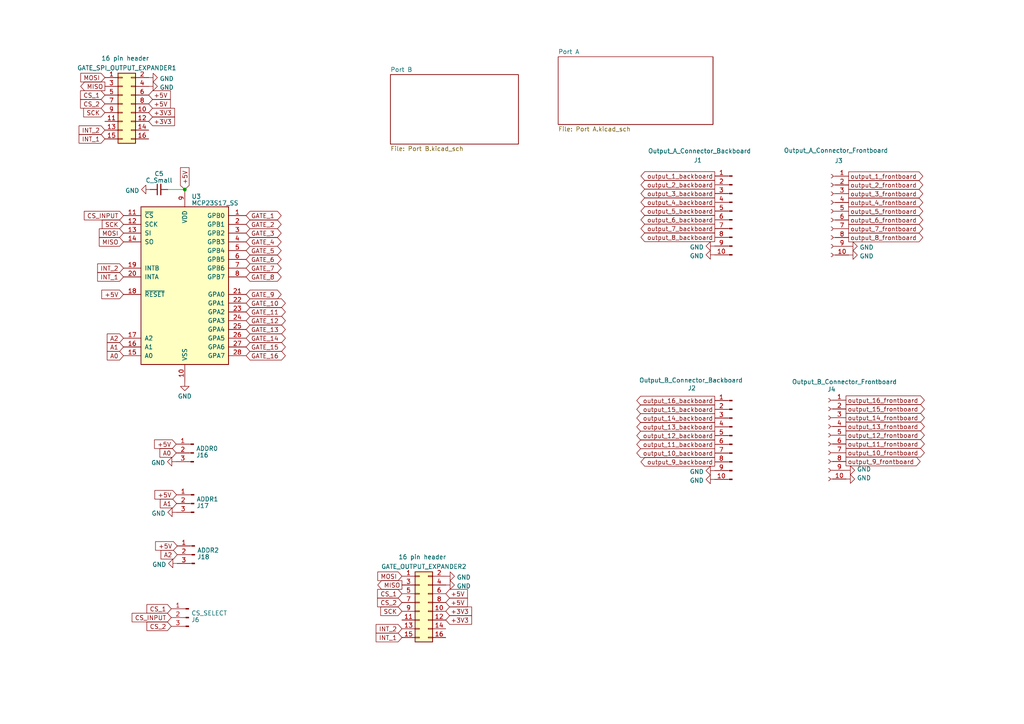
<source format=kicad_sch>
(kicad_sch (version 20230121) (generator eeschema)
  (paper "A4")
  (lib_symbols
    (symbol "Connector:Conn_01x03_Pin" (pin_names (offset 1.016) hide)
      (property "Reference" "J" (at 0 5.08 0))
      (property "Value" "Conn_01x03_Pin" (at 0 -5.08 0))
      (symbol "Conn_01x03_Pin_1_1"
        (polyline (pts (xy 1.27 -2.54) (xy 0.8636 -2.54)) (stroke (width 0.1524)))
        (polyline (pts (xy 1.27 0) (xy 0.8636 0)) (stroke (width 0.1524)))
        (polyline (pts (xy 1.27 2.54) (xy 0.8636 2.54)) (stroke (width 0.1524)))
        (rectangle (start 0.8636 -2.413) (end 0 -2.667) (stroke (width 0.1524)) (fill (type outline)))
        (rectangle (start 0.8636 0.127) (end 0 -0.127) (stroke (width 0.1524)) (fill (type outline)))
        (rectangle (start 0.8636 2.667) (end 0 2.413) (stroke (width 0.1524)) (fill (type outline)))
        (pin passive line (at 5.08 2.54 180) (length 3.81) (name "Pin_1") (number "1"))
        (pin passive line (at 5.08 0 180) (length 3.81) (name "Pin_2") (number "2"))
        (pin passive line (at 5.08 -2.54 180) (length 3.81) (name "Pin_3") (number "3"))
      )
    )
    (symbol "Connector:Conn_01x10_Pin" (pin_names (offset 1.016) hide)
      (property "Reference" "J" (at 0 12.7 0))
      (property "Value" "Conn_01x10_Pin" (at 0 -15.24 0))
      (symbol "Conn_01x10_Pin_1_1"
        (polyline (pts (xy 1.27 -12.7) (xy 0.8636 -12.7)) (stroke (width 0.1524)))
        (polyline (pts (xy 1.27 -10.16) (xy 0.8636 -10.16)) (stroke (width 0.1524)))
        (polyline (pts (xy 1.27 -7.62) (xy 0.8636 -7.62)) (stroke (width 0.1524)))
        (polyline (pts (xy 1.27 -5.08) (xy 0.8636 -5.08)) (stroke (width 0.1524)))
        (polyline (pts (xy 1.27 -2.54) (xy 0.8636 -2.54)) (stroke (width 0.1524)))
        (polyline (pts (xy 1.27 0) (xy 0.8636 0)) (stroke (width 0.1524)))
        (polyline (pts (xy 1.27 2.54) (xy 0.8636 2.54)) (stroke (width 0.1524)))
        (polyline (pts (xy 1.27 5.08) (xy 0.8636 5.08)) (stroke (width 0.1524)))
        (polyline (pts (xy 1.27 7.62) (xy 0.8636 7.62)) (stroke (width 0.1524)))
        (polyline (pts (xy 1.27 10.16) (xy 0.8636 10.16)) (stroke (width 0.1524)))
        (rectangle (start 0.8636 -12.573) (end 0 -12.827) (stroke (width 0.1524)) (fill (type outline)))
        (rectangle (start 0.8636 -10.033) (end 0 -10.287) (stroke (width 0.1524)) (fill (type outline)))
        (rectangle (start 0.8636 -7.493) (end 0 -7.747) (stroke (width 0.1524)) (fill (type outline)))
        (rectangle (start 0.8636 -4.953) (end 0 -5.207) (stroke (width 0.1524)) (fill (type outline)))
        (rectangle (start 0.8636 -2.413) (end 0 -2.667) (stroke (width 0.1524)) (fill (type outline)))
        (rectangle (start 0.8636 0.127) (end 0 -0.127) (stroke (width 0.1524)) (fill (type outline)))
        (rectangle (start 0.8636 2.667) (end 0 2.413) (stroke (width 0.1524)) (fill (type outline)))
        (rectangle (start 0.8636 5.207) (end 0 4.953) (stroke (width 0.1524)) (fill (type outline)))
        (rectangle (start 0.8636 7.747) (end 0 7.493) (stroke (width 0.1524)) (fill (type outline)))
        (rectangle (start 0.8636 10.287) (end 0 10.033) (stroke (width 0.1524)) (fill (type outline)))
        (pin passive line (at 5.08 10.16 180) (length 3.81) (name "Pin_1") (number "1"))
        (pin passive line (at 5.08 -12.7 180) (length 3.81) (name "Pin_10") (number "10"))
        (pin passive line (at 5.08 7.62 180) (length 3.81) (name "Pin_2") (number "2"))
        (pin passive line (at 5.08 5.08 180) (length 3.81) (name "Pin_3") (number "3"))
        (pin passive line (at 5.08 2.54 180) (length 3.81) (name "Pin_4") (number "4"))
        (pin passive line (at 5.08 0 180) (length 3.81) (name "Pin_5") (number "5"))
        (pin passive line (at 5.08 -2.54 180) (length 3.81) (name "Pin_6") (number "6"))
        (pin passive line (at 5.08 -5.08 180) (length 3.81) (name "Pin_7") (number "7"))
        (pin passive line (at 5.08 -7.62 180) (length 3.81) (name "Pin_8") (number "8"))
        (pin passive line (at 5.08 -10.16 180) (length 3.81) (name "Pin_9") (number "9"))
      )
    )
    (symbol "Connector:Conn_01x10_Socket" (pin_names (offset 1.016) hide)
      (property "Reference" "J" (at 0 12.7 0))
      (property "Value" "Conn_01x10_Socket" (at 0 -15.24 0))
      (symbol "Conn_01x10_Socket_1_1"
        (arc (start 0 -12.192) (mid -0.5058 -12.7) (end 0 -13.208) (stroke (width 0.1524)))
        (arc (start 0 -9.652) (mid -0.5058 -10.16) (end 0 -10.668) (stroke (width 0.1524)))
        (arc (start 0 -7.112) (mid -0.5058 -7.62) (end 0 -8.128) (stroke (width 0.1524)))
        (arc (start 0 -4.572) (mid -0.5058 -5.08) (end 0 -5.588) (stroke (width 0.1524)))
        (arc (start 0 -2.032) (mid -0.5058 -2.54) (end 0 -3.048) (stroke (width 0.1524)))
        (polyline (pts (xy -1.27 -12.7) (xy -0.508 -12.7)) (stroke (width 0.1524)))
        (polyline (pts (xy -1.27 -10.16) (xy -0.508 -10.16)) (stroke (width 0.1524)))
        (polyline (pts (xy -1.27 -7.62) (xy -0.508 -7.62)) (stroke (width 0.1524)))
        (polyline (pts (xy -1.27 -5.08) (xy -0.508 -5.08)) (stroke (width 0.1524)))
        (polyline (pts (xy -1.27 -2.54) (xy -0.508 -2.54)) (stroke (width 0.1524)))
        (polyline (pts (xy -1.27 0) (xy -0.508 0)) (stroke (width 0.1524)))
        (polyline (pts (xy -1.27 2.54) (xy -0.508 2.54)) (stroke (width 0.1524)))
        (polyline (pts (xy -1.27 5.08) (xy -0.508 5.08)) (stroke (width 0.1524)))
        (polyline (pts (xy -1.27 7.62) (xy -0.508 7.62)) (stroke (width 0.1524)))
        (polyline (pts (xy -1.27 10.16) (xy -0.508 10.16)) (stroke (width 0.1524)))
        (arc (start 0 0.508) (mid -0.5058 0) (end 0 -0.508) (stroke (width 0.1524)))
        (arc (start 0 3.048) (mid -0.5058 2.54) (end 0 2.032) (stroke (width 0.1524)))
        (arc (start 0 5.588) (mid -0.5058 5.08) (end 0 4.572) (stroke (width 0.1524)))
        (arc (start 0 8.128) (mid -0.5058 7.62) (end 0 7.112) (stroke (width 0.1524)))
        (arc (start 0 10.668) (mid -0.5058 10.16) (end 0 9.652) (stroke (width 0.1524)))
        (pin passive line (at -5.08 10.16 0) (length 3.81) (name "Pin_1") (number "1"))
        (pin passive line (at -5.08 -12.7 0) (length 3.81) (name "Pin_10") (number "10"))
        (pin passive line (at -5.08 7.62 0) (length 3.81) (name "Pin_2") (number "2"))
        (pin passive line (at -5.08 5.08 0) (length 3.81) (name "Pin_3") (number "3"))
        (pin passive line (at -5.08 2.54 0) (length 3.81) (name "Pin_4") (number "4"))
        (pin passive line (at -5.08 0 0) (length 3.81) (name "Pin_5") (number "5"))
        (pin passive line (at -5.08 -2.54 0) (length 3.81) (name "Pin_6") (number "6"))
        (pin passive line (at -5.08 -5.08 0) (length 3.81) (name "Pin_7") (number "7"))
        (pin passive line (at -5.08 -7.62 0) (length 3.81) (name "Pin_8") (number "8"))
        (pin passive line (at -5.08 -10.16 0) (length 3.81) (name "Pin_9") (number "9"))
      )
    )
    (symbol "Connector_Generic:Conn_02x08_Odd_Even" (pin_names (offset 1.016) hide)
      (property "Reference" "J" (at 1.27 10.16 0))
      (property "Value" "Conn_02x08_Odd_Even" (at 1.27 -12.7 0))
      (symbol "Conn_02x08_Odd_Even_1_1"
        (rectangle (start -1.27 -10.033) (end 0 -10.287) (stroke (width 0.1524)))
        (rectangle (start -1.27 -7.493) (end 0 -7.747) (stroke (width 0.1524)))
        (rectangle (start -1.27 -4.953) (end 0 -5.207) (stroke (width 0.1524)))
        (rectangle (start -1.27 -2.413) (end 0 -2.667) (stroke (width 0.1524)))
        (rectangle (start -1.27 0.127) (end 0 -0.127) (stroke (width 0.1524)))
        (rectangle (start -1.27 2.667) (end 0 2.413) (stroke (width 0.1524)))
        (rectangle (start -1.27 5.207) (end 0 4.953) (stroke (width 0.1524)))
        (rectangle (start -1.27 7.747) (end 0 7.493) (stroke (width 0.1524)))
        (rectangle (start -1.27 8.89) (end 3.81 -11.43) (stroke (width 0.254)) (fill (type background)))
        (rectangle (start 3.81 -10.033) (end 2.54 -10.287) (stroke (width 0.1524)))
        (rectangle (start 3.81 -7.493) (end 2.54 -7.747) (stroke (width 0.1524)))
        (rectangle (start 3.81 -4.953) (end 2.54 -5.207) (stroke (width 0.1524)))
        (rectangle (start 3.81 -2.413) (end 2.54 -2.667) (stroke (width 0.1524)))
        (rectangle (start 3.81 0.127) (end 2.54 -0.127) (stroke (width 0.1524)))
        (rectangle (start 3.81 2.667) (end 2.54 2.413) (stroke (width 0.1524)))
        (rectangle (start 3.81 5.207) (end 2.54 4.953) (stroke (width 0.1524)))
        (rectangle (start 3.81 7.747) (end 2.54 7.493) (stroke (width 0.1524)))
        (pin passive line (at -5.08 7.62 0) (length 3.81) (name "Pin_1") (number "1"))
        (pin passive line (at 7.62 -2.54 180) (length 3.81) (name "Pin_10") (number "10"))
        (pin passive line (at -5.08 -5.08 0) (length 3.81) (name "Pin_11") (number "11"))
        (pin passive line (at 7.62 -5.08 180) (length 3.81) (name "Pin_12") (number "12"))
        (pin passive line (at -5.08 -7.62 0) (length 3.81) (name "Pin_13") (number "13"))
        (pin passive line (at 7.62 -7.62 180) (length 3.81) (name "Pin_14") (number "14"))
        (pin passive line (at -5.08 -10.16 0) (length 3.81) (name "Pin_15") (number "15"))
        (pin passive line (at 7.62 -10.16 180) (length 3.81) (name "Pin_16") (number "16"))
        (pin passive line (at 7.62 7.62 180) (length 3.81) (name "Pin_2") (number "2"))
        (pin passive line (at -5.08 5.08 0) (length 3.81) (name "Pin_3") (number "3"))
        (pin passive line (at 7.62 5.08 180) (length 3.81) (name "Pin_4") (number "4"))
        (pin passive line (at -5.08 2.54 0) (length 3.81) (name "Pin_5") (number "5"))
        (pin passive line (at 7.62 2.54 180) (length 3.81) (name "Pin_6") (number "6"))
        (pin passive line (at -5.08 0 0) (length 3.81) (name "Pin_7") (number "7"))
        (pin passive line (at 7.62 0 180) (length 3.81) (name "Pin_8") (number "8"))
        (pin passive line (at -5.08 -2.54 0) (length 3.81) (name "Pin_9") (number "9"))
      )
    )
    (symbol "Device:C_Small" (pin_numbers hide) (pin_names (offset 0.254) hide)
      (property "Reference" "C" (at 0.254 1.778 0))
      (property "Value" "C_Small" (at 0.254 -2.032 0))
      (symbol "C_Small_0_1"
        (polyline (pts (xy -1.524 -0.508) (xy 1.524 -0.508)) (stroke (width 0.3302)))
        (polyline (pts (xy -1.524 0.508) (xy 1.524 0.508)) (stroke (width 0.3048)))
      )
      (symbol "C_Small_1_1"
        (pin passive line (at 0 2.54 270) (length 2.032) (name "~") (number "1"))
        (pin passive line (at 0 -2.54 90) (length 2.032) (name "~") (number "2"))
      )
    )
    (symbol "Interface_Expansion:MCP23S17_SS" (pin_names (offset 1.016))
      (property "Reference" "U" (at -11.43 24.13 0))
      (property "Value" "MCP23S17_SS" (at 0 0 0))
      (symbol "MCP23S17_SS_0_1"
        (rectangle (start -12.7 22.86) (end 12.7 -22.86) (stroke (width 0.254)) (fill (type background)))
      )
      (symbol "MCP23S17_SS_1_1"
        (pin bidirectional line (at 17.78 20.32 180) (length 5.08) (name "GPB0") (number "1"))
        (pin power_in line (at 0 -27.94 90) (length 5.08) (name "VSS") (number "10"))
        (pin input line (at -17.78 20.32 0) (length 5.08) (name "~{CS}") (number "11"))
        (pin input line (at -17.78 17.78 0) (length 5.08) (name "SCK") (number "12"))
        (pin input line (at -17.78 15.24 0) (length 5.08) (name "SI") (number "13"))
        (pin output line (at -17.78 12.7 0) (length 5.08) (name "SO") (number "14"))
        (pin input line (at -17.78 -20.32 0) (length 5.08) (name "A0") (number "15"))
        (pin input line (at -17.78 -17.78 0) (length 5.08) (name "A1") (number "16"))
        (pin input line (at -17.78 -15.24 0) (length 5.08) (name "A2") (number "17"))
        (pin input line (at -17.78 -2.54 0) (length 5.08) (name "~{RESET}") (number "18"))
        (pin tri_state line (at -17.78 5.08 0) (length 5.08) (name "INTB") (number "19"))
        (pin bidirectional line (at 17.78 17.78 180) (length 5.08) (name "GPB1") (number "2"))
        (pin tri_state line (at -17.78 2.54 0) (length 5.08) (name "INTA") (number "20"))
        (pin bidirectional line (at 17.78 -2.54 180) (length 5.08) (name "GPA0") (number "21"))
        (pin bidirectional line (at 17.78 -5.08 180) (length 5.08) (name "GPA1") (number "22"))
        (pin bidirectional line (at 17.78 -7.62 180) (length 5.08) (name "GPA2") (number "23"))
        (pin bidirectional line (at 17.78 -10.16 180) (length 5.08) (name "GPA3") (number "24"))
        (pin bidirectional line (at 17.78 -12.7 180) (length 5.08) (name "GPA4") (number "25"))
        (pin bidirectional line (at 17.78 -15.24 180) (length 5.08) (name "GPA5") (number "26"))
        (pin bidirectional line (at 17.78 -17.78 180) (length 5.08) (name "GPA6") (number "27"))
        (pin bidirectional line (at 17.78 -20.32 180) (length 5.08) (name "GPA7") (number "28"))
        (pin bidirectional line (at 17.78 15.24 180) (length 5.08) (name "GPB2") (number "3"))
        (pin bidirectional line (at 17.78 12.7 180) (length 5.08) (name "GPB3") (number "4"))
        (pin bidirectional line (at 17.78 10.16 180) (length 5.08) (name "GPB4") (number "5"))
        (pin bidirectional line (at 17.78 7.62 180) (length 5.08) (name "GPB5") (number "6"))
        (pin bidirectional line (at 17.78 5.08 180) (length 5.08) (name "GPB6") (number "7"))
        (pin bidirectional line (at 17.78 2.54 180) (length 5.08) (name "GPB7") (number "8"))
        (pin power_in line (at 0 27.94 270) (length 5.08) (name "VDD") (number "9"))
      )
    )
    (symbol "power:GND" (power) (pin_names (offset 0))
      (property "Value" "GND" (at 0 -3.81 0))
      (symbol "GND_0_1"
        (polyline (pts (xy 0 0) (xy 0 -1.27) (xy 1.27 -1.27) (xy 0 -2.54) (xy -1.27 -1.27) (xy 0 -1.27)))
      )
      (symbol "GND_1_1"
        (pin power_in line (at 0 0 270) (length 0) hide (name "GND") (number "1"))
      )
    )
  )
  (junction (at 53.594 54.9656))
  (wire (pts (xy 53.594 55.0164) (xy 53.594 54.9656)))
  (wire (pts (xy 53.594 54.9656) (xy 53.594 54.9148)))
  (wire (pts (xy 48.6664 54.9656) (xy 53.594 54.9656)))
  (global_label "output_8_backboard" (shape output) (at 207.3148 68.834 180) (property "Intersheetrefs" "${INTERSHEET_REFS}" (effects hide)))
  (global_label "A2" (shape input) (at 35.814 98.0948 180) (property "Intersheetrefs" "${INTERSHEET_REFS}" (effects hide)))
  (global_label "+3V3" (shape input) (at 43.1292 32.6644 0) (property "Intersheetrefs" "${INTERSHEET_REFS}" (effects hide)))
  (global_label "INT_1" (shape input) (at 116.586 184.912 180) (property "Intersheetrefs" "${INTERSHEET_REFS}" (effects hide)))
  (global_label "CS_2" (shape input) (at 49.6824 181.6608 180) (property "Intersheetrefs" "${INTERSHEET_REFS}" (effects hide)))
  (global_label "output_13_frontboard" (shape output) (at 245.364 123.698 0) (property "Intersheetrefs" "${INTERSHEET_REFS}" (effects hide)))
  (global_label "+5V" (shape input) (at 129.286 172.212 0) (property "Intersheetrefs" "${INTERSHEET_REFS}" (effects hide)))
  (global_label "GATE_11" (shape tri_state) (at 71.374 90.4748 0) (property "Intersheetrefs" "${INTERSHEET_REFS}" (effects hide)))
  (global_label "GATE_6" (shape tri_state) (at 71.374 75.2348 0) (property "Intersheetrefs" "${INTERSHEET_REFS}" (effects hide)))
  (global_label "A1" (shape input) (at 35.814 100.6348 180) (property "Intersheetrefs" "${INTERSHEET_REFS}" (effects hide)))
  (global_label "CS_1" (shape input) (at 49.6824 176.5808 180) (property "Intersheetrefs" "${INTERSHEET_REFS}" (effects hide)))
  (global_label "MISO" (shape output) (at 30.4292 25.0444 180) (property "Intersheetrefs" "${INTERSHEET_REFS}" (effects hide)))
  (global_label "output_15_frontboard" (shape output) (at 245.364 118.618 0) (property "Intersheetrefs" "${INTERSHEET_REFS}" (effects hide)))
  (global_label "+3V3" (shape input) (at 129.286 177.292 0) (property "Intersheetrefs" "${INTERSHEET_REFS}" (effects hide)))
  (global_label "GATE_13" (shape tri_state) (at 71.374 95.5548 0) (property "Intersheetrefs" "${INTERSHEET_REFS}" (effects hide)))
  (global_label "GATE_4" (shape tri_state) (at 71.374 70.1548 0) (property "Intersheetrefs" "${INTERSHEET_REFS}" (effects hide)))
  (global_label "MOSI" (shape input) (at 35.814 67.6148 180) (property "Intersheetrefs" "${INTERSHEET_REFS}" (effects hide)))
  (global_label "output_2_frontboard" (shape output) (at 246.126 53.6448 0) (property "Intersheetrefs" "${INTERSHEET_REFS}" (effects hide)))
  (global_label "+5V" (shape input) (at 43.1292 30.1244 0) (property "Intersheetrefs" "${INTERSHEET_REFS}" (effects hide)))
  (global_label "output_8_frontboard" (shape output) (at 246.126 68.8848 0) (property "Intersheetrefs" "${INTERSHEET_REFS}" (effects hide)))
  (global_label "A1" (shape input) (at 51.2064 146.05 180) (property "Intersheetrefs" "${INTERSHEET_REFS}" (effects hide)))
  (global_label "INT_2" (shape input) (at 30.4292 37.7444 180) (property "Intersheetrefs" "${INTERSHEET_REFS}" (effects hide)))
  (global_label "+5V" (shape input) (at 43.1292 27.5844 0) (property "Intersheetrefs" "${INTERSHEET_REFS}" (effects hide)))
  (global_label "output_6_frontboard" (shape output) (at 246.126 63.8048 0) (property "Intersheetrefs" "${INTERSHEET_REFS}" (effects hide)))
  (global_label "GATE_9" (shape tri_state) (at 71.374 85.3948 0) (property "Intersheetrefs" "${INTERSHEET_REFS}" (effects hide)))
  (global_label "output_5_frontboard" (shape output) (at 246.126 61.2648 0) (property "Intersheetrefs" "${INTERSHEET_REFS}" (effects hide)))
  (global_label "SCK" (shape input) (at 35.814 65.0748 180) (property "Intersheetrefs" "${INTERSHEET_REFS}" (effects hide)))
  (global_label "SCK" (shape input) (at 30.4292 32.6644 180) (property "Intersheetrefs" "${INTERSHEET_REFS}" (effects hide)))
  (global_label "CS_INPUT" (shape input) (at 49.6824 179.1208 180) (property "Intersheetrefs" "${INTERSHEET_REFS}" (effects hide)))
  (global_label "output_16_backboard" (shape output) (at 207.3148 116.1796 180) (property "Intersheetrefs" "${INTERSHEET_REFS}" (effects hide)))
  (global_label "+5V" (shape input) (at 51.4096 158.3436 180) (property "Intersheetrefs" "${INTERSHEET_REFS}" (effects hide)))
  (global_label "INT_2" (shape input) (at 35.814 77.7748 180) (property "Intersheetrefs" "${INTERSHEET_REFS}" (effects hide)))
  (global_label "GATE_10" (shape tri_state) (at 71.374 87.9348 0) (property "Intersheetrefs" "${INTERSHEET_REFS}" (effects hide)))
  (global_label "output_14_backboard" (shape output) (at 207.3148 121.2596 180) (property "Intersheetrefs" "${INTERSHEET_REFS}" (effects hide)))
  (global_label "GATE_14" (shape tri_state) (at 71.374 98.0948 0) (property "Intersheetrefs" "${INTERSHEET_REFS}" (effects hide)))
  (global_label "GATE_7" (shape tri_state) (at 71.374 77.7748 0) (property "Intersheetrefs" "${INTERSHEET_REFS}" (effects hide)))
  (global_label "+3V3" (shape input) (at 43.1292 35.2044 0) (property "Intersheetrefs" "${INTERSHEET_REFS}" (effects hide)))
  (global_label "output_11_frontboard" (shape output) (at 245.364 128.778 0) (property "Intersheetrefs" "${INTERSHEET_REFS}" (effects hide)))
  (global_label "CS_1" (shape input) (at 116.586 172.212 180) (property "Intersheetrefs" "${INTERSHEET_REFS}" (effects hide)))
  (global_label "GATE_2" (shape tri_state) (at 71.374 65.0748 0) (property "Intersheetrefs" "${INTERSHEET_REFS}" (effects hide)))
  (global_label "output_6_backboard" (shape output) (at 207.3148 63.754 180) (property "Intersheetrefs" "${INTERSHEET_REFS}" (effects hide)))
  (global_label "GATE_3" (shape tri_state) (at 71.374 67.6148 0) (property "Intersheetrefs" "${INTERSHEET_REFS}" (effects hide)))
  (global_label "MOSI" (shape input) (at 30.4292 22.5044 180) (property "Intersheetrefs" "${INTERSHEET_REFS}" (effects hide)))
  (global_label "output_3_backboard" (shape output) (at 207.3148 56.134 180) (property "Intersheetrefs" "${INTERSHEET_REFS}" (effects hide)))
  (global_label "+5V" (shape input) (at 51.2064 143.51 180) (property "Intersheetrefs" "${INTERSHEET_REFS}" (effects hide)))
  (global_label "output_9_frontboard" (shape output) (at 245.364 133.858 0) (property "Intersheetrefs" "${INTERSHEET_REFS}" (effects hide)))
  (global_label "INT_2" (shape input) (at 116.586 182.372 180) (property "Intersheetrefs" "${INTERSHEET_REFS}" (effects hide)))
  (global_label "A0" (shape input) (at 35.814 103.1748 180) (property "Intersheetrefs" "${INTERSHEET_REFS}" (effects hide)))
  (global_label "output_4_backboard" (shape output) (at 207.3148 58.674 180) (property "Intersheetrefs" "${INTERSHEET_REFS}" (effects hide)))
  (global_label "CS_2" (shape input) (at 116.586 174.752 180) (property "Intersheetrefs" "${INTERSHEET_REFS}" (effects hide)))
  (global_label "GATE_1" (shape tri_state) (at 71.374 62.5348 0) (property "Intersheetrefs" "${INTERSHEET_REFS}" (effects hide)))
  (global_label "GATE_12" (shape tri_state) (at 71.374 93.0148 0) (property "Intersheetrefs" "${INTERSHEET_REFS}" (effects hide)))
  (global_label "CS_INPUT" (shape input) (at 35.814 62.5348 180) (property "Intersheetrefs" "${INTERSHEET_REFS}" (effects hide)))
  (global_label "GATE_16" (shape tri_state) (at 71.374 103.1748 0) (property "Intersheetrefs" "${INTERSHEET_REFS}" (effects hide)))
  (global_label "output_14_frontboard" (shape output) (at 245.364 121.158 0) (property "Intersheetrefs" "${INTERSHEET_REFS}" (effects hide)))
  (global_label "output_3_frontboard" (shape output) (at 246.126 56.1848 0) (property "Intersheetrefs" "${INTERSHEET_REFS}" (effects hide)))
  (global_label "output_13_backboard" (shape output) (at 207.3148 123.7996 180) (property "Intersheetrefs" "${INTERSHEET_REFS}" (effects hide)))
  (global_label "GATE_5" (shape tri_state) (at 71.374 72.6948 0) (property "Intersheetrefs" "${INTERSHEET_REFS}" (effects hide)))
  (global_label "output_5_backboard" (shape output) (at 207.3148 61.214 180) (property "Intersheetrefs" "${INTERSHEET_REFS}" (effects hide)))
  (global_label "+3V3" (shape input) (at 129.286 179.832 0) (property "Intersheetrefs" "${INTERSHEET_REFS}" (effects hide)))
  (global_label "output_9_backboard" (shape output) (at 207.3148 133.9596 180) (property "Intersheetrefs" "${INTERSHEET_REFS}" (effects hide)))
  (global_label "output_12_frontboard" (shape output) (at 245.364 126.238 0) (property "Intersheetrefs" "${INTERSHEET_REFS}" (effects hide)))
  (global_label "CS_2" (shape input) (at 30.4292 30.1244 180) (property "Intersheetrefs" "${INTERSHEET_REFS}" (effects hide)))
  (global_label "output_1_frontboard" (shape output) (at 246.126 51.1048 0) (property "Intersheetrefs" "${INTERSHEET_REFS}" (effects hide)))
  (global_label "output_4_frontboard" (shape output) (at 246.126 58.7248 0) (property "Intersheetrefs" "${INTERSHEET_REFS}" (effects hide)))
  (global_label "output_16_frontboard" (shape output) (at 245.364 116.078 0) (property "Intersheetrefs" "${INTERSHEET_REFS}" (effects hide)))
  (global_label "output_2_backboard" (shape output) (at 207.3148 53.594 180) (property "Intersheetrefs" "${INTERSHEET_REFS}" (effects hide)))
  (global_label "output_15_backboard" (shape output) (at 207.3148 118.7196 180) (property "Intersheetrefs" "${INTERSHEET_REFS}" (effects hide)))
  (global_label "GATE_8" (shape tri_state) (at 71.374 80.3148 0) (property "Intersheetrefs" "${INTERSHEET_REFS}" (effects hide)))
  (global_label "+5V" (shape input) (at 129.286 174.752 0) (property "Intersheetrefs" "${INTERSHEET_REFS}" (effects hide)))
  (global_label "INT_1" (shape input) (at 30.4292 40.2844 180) (property "Intersheetrefs" "${INTERSHEET_REFS}" (effects hide)))
  (global_label "SCK" (shape input) (at 116.586 177.292 180) (property "Intersheetrefs" "${INTERSHEET_REFS}" (effects hide)))
  (global_label "output_12_backboard" (shape output) (at 207.3148 126.3396 180) (property "Intersheetrefs" "${INTERSHEET_REFS}" (effects hide)))
  (global_label "+5V" (shape input) (at 51.1048 128.8288 180) (property "Intersheetrefs" "${INTERSHEET_REFS}" (effects hide)))
  (global_label "GATE_15" (shape tri_state) (at 71.374 100.6348 0) (property "Intersheetrefs" "${INTERSHEET_REFS}" (effects hide)))
  (global_label "A0" (shape input) (at 51.1048 131.3688 180) (property "Intersheetrefs" "${INTERSHEET_REFS}" (effects hide)))
  (global_label "output_10_backboard" (shape output) (at 207.3148 131.4196 180) (property "Intersheetrefs" "${INTERSHEET_REFS}" (effects hide)))
  (global_label "MISO" (shape output) (at 116.586 169.672 180) (property "Intersheetrefs" "${INTERSHEET_REFS}" (effects hide)))
  (global_label "+5V" (shape input) (at 35.814 85.3948 180) (property "Intersheetrefs" "${INTERSHEET_REFS}" (effects hide)))
  (global_label "INT_1" (shape input) (at 35.814 80.3148 180) (property "Intersheetrefs" "${INTERSHEET_REFS}" (effects hide)))
  (global_label "MOSI" (shape input) (at 116.586 167.132 180) (property "Intersheetrefs" "${INTERSHEET_REFS}" (effects hide)))
  (global_label "CS_1" (shape input) (at 30.4292 27.5844 180) (property "Intersheetrefs" "${INTERSHEET_REFS}" (effects hide)))
  (global_label "A2" (shape input) (at 51.4096 160.8836 180) (property "Intersheetrefs" "${INTERSHEET_REFS}" (effects hide)))
  (global_label "output_10_frontboard" (shape output) (at 245.364 131.318 0) (property "Intersheetrefs" "${INTERSHEET_REFS}" (effects hide)))
  (global_label "output_11_backboard" (shape output) (at 207.3148 128.8796 180) (property "Intersheetrefs" "${INTERSHEET_REFS}" (effects hide)))
  (global_label "output_1_backboard" (shape output) (at 207.3148 51.054 180) (property "Intersheetrefs" "${INTERSHEET_REFS}" (effects hide)))
  (global_label "output_7_frontboard" (shape output) (at 246.126 66.3448 0) (property "Intersheetrefs" "${INTERSHEET_REFS}" (effects hide)))
  (global_label "output_7_backboard" (shape output) (at 207.3148 66.294 180) (property "Intersheetrefs" "${INTERSHEET_REFS}" (effects hide)))
  (global_label "MISO" (shape input) (at 35.814 70.1548 180) (property "Intersheetrefs" "${INTERSHEET_REFS}" (effects hide)))
  (global_label "+5V" (shape input) (at 53.594 54.9148 90) (property "Intersheetrefs" "${INTERSHEET_REFS}" (effects hide)))
  (symbol (lib_id "power:GND") (at 207.3148 73.914 270) (unit 1)
    (property "Reference" "#PWR084" (effects hide))
    (property "Value" "GND" (at 204.1399 74.2308 90) (effects (justify right)))
  )
  (symbol (lib_id "Connector_Generic:Conn_02x08_Odd_Even") (at 121.666 174.752 0) (unit 1)
    (property "Reference" "GATE_OUTPUT_EXPANDER2" (at 122.936 164.338 0))
    (property "Value" "16 pin header" (at 122.4788 161.544 0))
    (property "Footprint" "Connector_PinHeader_2.54mm:PinHeader_2x08_P2.54mm_Vertical" (effects hide))
  )
  (symbol (lib_id "Connector_Generic:Conn_02x08_Odd_Even") (at 35.5092 30.1244 0) (unit 1)
    (property "Reference" "GATE_SPI_OUTPUT_EXPANDER1" (at 36.7792 19.7104 0))
    (property "Value" "16 pin header" (at 36.322 16.9164 0))
    (property "Footprint" "Connector_PinHeader_2.54mm:PinHeader_2x08_P2.54mm_Vertical" (effects hide))
  )
  (symbol (lib_id "Interface_Expansion:MCP23S17_SS") (at 53.594 82.8548 0) (unit 1)
    (property "Reference" "U3" (at 55.5499 56.9849 0) (effects (justify left)))
    (property "Value" "MCP23S17_SS" (at 55.5499 58.9059 0) (effects (justify left)))
    (property "Footprint" "Package_SO:SSOP-28_5.3x10.2mm_P0.65mm" (effects hide))
    (property "Datasheet" "http://ww1.microchip.com/downloads/en/DeviceDoc/20001952C.pdf" (effects hide))
  )
  (symbol (lib_id "Connector:Conn_01x03_Pin") (at 54.7624 179.1208 0) (mirror y) (unit 1)
    (property "Reference" "J6" (at 55.4736 179.7645 0) (effects (justify right)))
    (property "Value" "CS_SELECT" (at 55.4736 177.8435 0) (effects (justify right)))
    (property "Footprint" "Connector_PinHeader_2.54mm:PinHeader_1x03_P2.54mm_Vertical" (effects hide))
  )
  (symbol (lib_id "power:GND") (at 129.286 169.672 90) (unit 1)
    (property "Reference" "#PWR018" (effects hide))
    (property "Value" "GND" (at 132.461 169.9888 90) (effects (justify right)))
  )
  (symbol (lib_id "Connector:Conn_01x03_Pin") (at 56.1848 131.3688 0) (mirror y) (unit 1)
    (property "Reference" "J16" (at 56.896 132.0125 0) (effects (justify right)))
    (property "Value" "ADDR0" (at 56.896 130.0915 0) (effects (justify right)))
    (property "Footprint" "Connector_PinHeader_2.54mm:PinHeader_1x03_P2.54mm_Vertical" (effects hide))
  )
  (symbol (lib_id "Connector:Conn_01x10_Socket") (at 240.284 126.238 0) (mirror y) (unit 1)
    (property "Reference" "J4" (at 242.3668 112.9284 0) (effects (justify left)))
    (property "Value" "Output_B_Connector_Frontboard" (at 260.1468 110.744 0) (effects (justify left)))
    (property "Footprint" "Connector_PinHeader_2.54mm:PinHeader_1x10_P2.54mm_Vertical" (effects hide))
  )
  (symbol (lib_id "power:GND") (at 43.1292 25.0444 90) (unit 1)
    (property "Reference" "#PWR02" (effects hide))
    (property "Value" "GND" (at 46.3042 25.3612 90) (effects (justify right)))
  )
  (symbol (lib_id "power:GND") (at 43.5864 54.9656 270) (unit 1)
    (property "Reference" "#PWR082" (effects hide))
    (property "Value" "GND" (at 40.4115 55.2824 90) (effects (justify right)))
  )
  (symbol (lib_id "power:GND") (at 43.1292 22.5044 90) (unit 1)
    (property "Reference" "#PWR01" (effects hide))
    (property "Value" "GND" (at 46.3042 22.8212 90) (effects (justify right)))
  )
  (symbol (lib_id "Connector:Conn_01x10_Pin") (at 212.3948 126.3396 0) (mirror y) (unit 1)
    (property "Reference" "J2" (at 200.66 112.5728 0))
    (property "Value" "Output_B_Connector_Backboard" (at 200.406 110.2868 0))
    (property "Footprint" "Connector_PinSocket_2.54mm:PinSocket_1x10_P2.54mm_Vertical" (effects hide))
  )
  (symbol (lib_id "power:GND") (at 207.3148 139.0396 270) (unit 1)
    (property "Reference" "#PWR086" (effects hide))
    (property "Value" "GND" (at 204.1399 139.3564 90) (effects (justify right)))
  )
  (symbol (lib_id "power:GND") (at 51.1048 133.9088 270) (unit 1)
    (property "Reference" "#PWR028" (effects hide))
    (property "Value" "GND" (at 47.9299 134.2256 90) (effects (justify right)))
  )
  (symbol (lib_id "Connector:Conn_01x10_Socket") (at 241.046 61.2648 0) (mirror y) (unit 1)
    (property "Reference" "J3" (at 244.4496 46.6344 0) (effects (justify left)))
    (property "Value" "Output_A_Connector_Frontboard" (at 257.6068 43.6372 0) (effects (justify left)))
    (property "Footprint" "Connector_PinHeader_2.54mm:PinHeader_1x10_P2.54mm_Vertical" (effects hide))
  )
  (symbol (lib_id "power:GND") (at 246.126 71.4248 90) (mirror x) (unit 1)
    (property "Reference" "#PWR087" (effects hide))
    (property "Value" "GND" (at 249.3009 71.7416 90) (effects (justify right)))
  )
  (symbol (lib_id "power:GND") (at 207.3148 71.374 270) (unit 1)
    (property "Reference" "#PWR083" (effects hide))
    (property "Value" "GND" (at 204.1399 71.6908 90) (effects (justify right)))
  )
  (symbol (lib_id "power:GND") (at 51.4096 163.4236 270) (unit 1)
    (property "Reference" "#PWR066" (effects hide))
    (property "Value" "GND" (at 48.2347 163.7404 90) (effects (justify right)))
  )
  (symbol (lib_id "Connector:Conn_01x10_Pin") (at 212.3948 61.214 0) (mirror y) (unit 1)
    (property "Reference" "J1" (at 202.3872 46.482 0))
    (property "Value" "Output_A_Connector_Backboard" (at 202.8952 43.7896 0))
    (property "Footprint" "Connector_PinSocket_2.54mm:PinSocket_1x10_P2.54mm_Vertical" (effects hide))
  )
  (symbol (lib_id "power:GND") (at 245.364 138.938 90) (unit 1)
    (property "Reference" "#PWR089" (effects hide))
    (property "Value" "GND" (at 248.5389 138.6212 90) (effects (justify right)))
  )
  (symbol (lib_id "power:GND") (at 246.126 73.9648 90) (mirror x) (unit 1)
    (property "Reference" "#PWR088" (effects hide))
    (property "Value" "GND" (at 249.3009 74.2816 90) (effects (justify right)))
  )
  (symbol (lib_id "Connector:Conn_01x03_Pin") (at 56.2864 146.05 0) (mirror y) (unit 1)
    (property "Reference" "J17" (at 56.9976 146.6937 0) (effects (justify right)))
    (property "Value" "ADDR1" (at 56.9976 144.7727 0) (effects (justify right)))
    (property "Footprint" "Connector_PinHeader_2.54mm:PinHeader_1x03_P2.54mm_Vertical" (effects hide))
  )
  (symbol (lib_id "power:GND") (at 51.2064 148.59 270) (unit 1)
    (property "Reference" "#PWR065" (effects hide))
    (property "Value" "GND" (at 48.0315 148.9068 90) (effects (justify right)))
  )
  (symbol (lib_id "power:GND") (at 53.594 110.7948 0) (unit 1)
    (property "Reference" "#PWR027" (effects hide))
    (property "Value" "GND" (at 53.594 114.9303 0))
  )
  (symbol (lib_id "power:GND") (at 207.3148 136.4996 270) (unit 1)
    (property "Reference" "#PWR085" (effects hide))
    (property "Value" "GND" (at 204.1399 136.8164 90) (effects (justify right)))
  )
  (symbol (lib_id "Connector:Conn_01x03_Pin") (at 56.4896 160.8836 0) (mirror y) (unit 1)
    (property "Reference" "J18" (at 57.2008 161.5273 0) (effects (justify right)))
    (property "Value" "ADDR2" (at 57.2008 159.6063 0) (effects (justify right)))
    (property "Footprint" "Connector_PinHeader_2.54mm:PinHeader_1x03_P2.54mm_Vertical" (effects hide))
  )
  (symbol (lib_id "power:GND") (at 245.364 136.398 90) (unit 1)
    (property "Reference" "#PWR090" (effects hide))
    (property "Value" "GND" (at 248.5389 136.0812 90) (effects (justify right)))
  )
  (symbol (lib_id "power:GND") (at 129.286 167.132 90) (unit 1)
    (property "Reference" "#PWR017" (effects hide))
    (property "Value" "GND" (at 132.461 167.4488 90) (effects (justify right)))
  )
  (symbol (lib_id "Device:C_Small") (at 46.1264 54.9656 90) (unit 1)
    (property "Reference" "C5" (at 46.1327 50.3936 90))
    (property "Value" "C_Small" (at 46.1327 52.3146 90))
    (property "Footprint" "Capacitor_SMD:C_0805_2012Metric" (effects hide))
  )
  (sheet (at 161.8996 16.4592) (size 44.9072 19.6596) (stroke (width 0.1524))
    (property "Sheetname" "Port A" (at 161.8996 15.7476 0) (effects (justify left bottom)))
    (property "Sheetfile" "Port A.kicad_sch" (at 161.8996 36.7034 0) (effects (justify left top)))
  )
  (sheet (at 113.2332 21.6408) (size 37.1348 20.1676) (stroke (width 0.1524))
    (property "Sheetname" "Port B" (at 113.2332 20.9292 0) (effects (justify left bottom)))
    (property "Sheetfile" "Port B.kicad_sch" (at 113.2332 42.393 0) (effects (justify left top)))
  )
)
</source>
